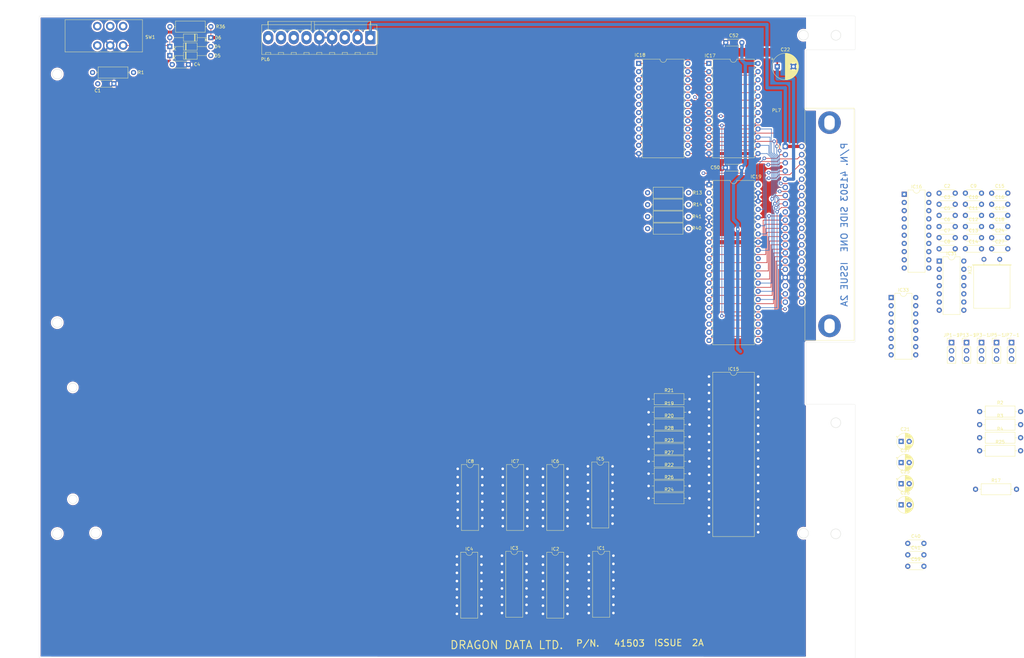
<source format=kicad_pcb>
(kicad_pcb (version 20240108) (generator "pcbnew") (generator_version "8.0")
  (layers (0 "F.Cu" signal) (31 "B.Cu" signal) (34 "B.Paste" user) (35 "F.Paste" user) (36 "B.SilkS" user "B.Silkscreen") (37 "F.SilkS" user "F.Silkscreen") (38 "B.Mask" user) (39 "F.Mask" user) (44 "Edge.Cuts" user))
  (net 0 "")
  (net 1 "GND")
  (net 2 "Net-(D4-K)")
  (net 3 "+5V")
  (net 4 "VCLK")
  (net 5 "~{RES}")
  (net 6 "/CPU/D0")
  (net 7 "/CPU/D4")
  (net 8 "/CPU/A7")
  (net 9 "/CPU/A6")
  (net 10 "~{IRQ}")
  (net 11 "Q")
  (net 12 "/CPU/D7")
  (net 13 "/CPU/A1")
  (net 14 "/CPU/D3")
  (net 15 "~{NMI}")
  (net 16 "/CPU/A14")
  (net 17 "/CPU/A3")
  (net 18 "/CPU/D6")
  (net 19 "~{HALT}")
  (net 20 "/CPU/A13")
  (net 21 "/CPU/A2")
  (net 22 "/CPU/A9")
  (net 23 "~{FIRQ}")
  (net 24 "/CPU/D1")
  (net 25 "/CPU/D5")
  (net 26 "R{slash}~{W}")
  (net 27 "/CPU/A15")
  (net 28 "/CPU/A5")
  (net 29 "/CPU/D2")
  (net 30 "/CPU/A12")
  (net 31 "E")
  (net 32 "/CPU/A10")
  (net 33 "/CPU/A11")
  (net 34 "/CPU/A0")
  (net 35 "/CPU/A8")
  (net 36 "/CPU/A4")
  (net 41 "+12V")
  (net 42 "R2")
  (net 43 "EXTMEN")
  (net 44 "CART")
  (net 45 "ESND")
  (net 46 "P2")
  (net 47 "Net-(C1-Pad1)")
  (net 48 "-5V")
  (net 49 "VID OUT")
  (net 50 "SOUND")
  (net 53 "~{E18}")
  (net 54 "~{E17}")
  (net 55 "RAM VDD")
  (net 56 "RAM VBB")
  (net 57 "RAM VCC")
  (net 58 "~{RAS0}")
  (net 59 "DO3")
  (net 60 "D.Out")
  (net 61 "DO0")
  (net 62 "DO2")
  (net 63 "DO1")
  (net 64 "DO5")
  (net 65 "DO4")
  (net 66 "DO6")
  (net 67 "DO7")
  (net 68 "Z1")
  (net 69 "~{WE}")
  (net 70 "~{CAS}")
  (net 71 "Z3")
  (net 72 "Z6")
  (net 73 "Z2")
  (net 74 "Z0")
  (net 75 "Z4")
  (net 76 "Z5")
  (net 77 "Net-(JP1-1-B)")
  (net 78 "S2")
  (net 79 "Z7")
  (net 80 "Net-(JP13-1-B)")
  (net 81 "S0")
  (net 82 "P0")
  (net 83 "S1")
  (net 84 "P1")
  (net 85 "Net-(IC9-E2)")
  (net 86 "DA0")
  (net 87 "Net-(JP1-1-C)")
  (net 88 "Net-(JP7-1-B)")
  (net 89 "~{NHS}")
  (net 90 "Net-(IC15-OSCIN)")
  (net 91 "Net-(IC15-Z5)")
  (net 92 "Net-(IC15-Z4)")
  (net 93 "Net-(IC15-~{WE})")
  (net 94 "Net-(IC15-Z1)")
  (net 95 "Net-(IC15-OSCOUT)")
  (net 96 "Net-(IC15-Z2)")
  (net 97 "Net-(IC15-~{RAS0})")
  (net 98 "Net-(IC15-Z0)")
  (net 99 "Net-(IC15-Z6)")
  (net 100 "Net-(IC15-Z3)")
  (net 101 "Net-(IC15-~{CAS})")
  (net 102 "Net-(IC33-E1)")
  (net 103 "Net-(IC33-E2)")
  (net 105 "Net-(C41-Pad2)")
  (footprint "Package_DIP:DIP-16_W7.62mm" (layer "F.Cu") (at 257.058 215.661)
    (property "Reference" "IC1")
    (property "Value" "HYB4116")
  )
  (footprint "Capacitor_THT:C_Disc_D4.3mm_W1.9mm_P5.00mm" (layer "F.Cu") (at 381.938 110.182)
    (property "Reference" "C17")
    (property "Value" "0.1uF")
  )
  (footprint "Package_DIP:DIP-40_W15.24mm" (layer "F.Cu") (at 294.3098 100.6856)
    (property "Reference" "IC19")
    (property "Value" "MC6809E")
  )
  (footprint "Resistor_THT:R_Axial_DIN0309_L9.0mm_D3.2mm_P12.70mm_Horizontal" (layer "F.Cu") (at 378.206 179.084)
    (property "Reference" "R4")
    (property "Value" "22R")
  )
  (footprint "Capacitor_THT:C_Disc_D4.3mm_W1.9mm_P5.00mm" (layer "F.Cu") (at 381.938 120.532)
    (property "Reference" "C27")
    (property "Value" "0.01uF")
  )
  (footprint "Package_DIP:DIP-16_W7.62mm" (layer "F.Cu") (at 242.834 188.737)
    (property "Reference" "IC6")
    (property "Value" "HYB4116")
  )
  (footprint "Capacitor_THT:C_Disc_D4.3mm_W1.9mm_P5.00mm" (layer "F.Cu") (at 365.638 110.182)
    (property "Reference" "C5")
    (property "Value" "0.1uF")
  )
  (footprint "Resistor_THT:R_Axial_DIN0309_L9.0mm_D3.2mm_P12.70mm_Horizontal" (layer "F.Cu") (at 376.936 195.072)
    (property "Reference" "R17")
    (property "Value" "1K5")
  )
  (footprint "Resistor_THT:R_Axial_DIN0309_L9.0mm_D3.2mm_P12.70mm_Horizontal" (layer "F.Cu") (at 275.59 194.056)
    (property "Reference" "R26")
    (property "Value" "22R")
  )
  (footprint "Capacitor_THT:C_Disc_D4.3mm_W1.9mm_P5.00mm" (layer "F.Cu") (at 373.788 120.532)
    (property "Reference" "C14")
    (property "Value" "0.1uF")
  )
  (footprint "Diode_THT:D_DO-35_SOD27_P12.70mm_Horizontal" (layer "F.Cu") (at 127.1778 60.6298)
    (property "Reference" "D5")
    (property "Value" "1N914")
  )
  (footprint "Capacitor_THT:C_Disc_D4.3mm_W1.9mm_P5.00mm" (layer "F.Cu") (at 355.934 211.848)
    (property "Reference" "C40")
    (property "Value" "22pF")
  )
  (footprint "Capacitor_THT:C_Disc_D4.3mm_W1.9mm_P5.00mm" (layer "F.Cu") (at 355.934 215.398)
    (property "Reference" "C41")
    (property "Value" "33pF")
  )
  (footprint "Dragon:Button_AlpsAlpine_SPUN190900" (layer "F.Cu") (at 104.6998 51.5112 90)
    (property "Reference" "SW1")
    (property "Value" "RESET")
  )
  (footprint "Connector_PinHeader_2.54mm:PinHeader_1x03_P2.54mm_Vertical" (layer "F.Cu") (at 374.142 149.606)
    (property "Reference" "JP13-1")
    (property "Value" "32k/64k")
  )
  (footprint "Package_DIP:DIP-20_W7.62mm" (layer "F.Cu") (at 354.838 103.632)
    (property "Reference" "IC16")
    (property "Value" "74LS244N")
  )
  (footprint "Resistor_THT:R_Axial_DIN0309_L9.0mm_D3.2mm_P12.70mm_Horizontal" (layer "F.Cu") (at 287.9852 110.5662 180)
    (property "Reference" "R41")
    (property "Value" "4K7")
  )
  (footprint "Connector_PinHeader_2.54mm:PinHeader_1x03_P2.54mm_Vertical" (layer "F.Cu") (at 388.092 149.606)
    (property "Reference" "JP7-1")
    (property "Value" "16k/32k")
  )
  (footprint "Capacitor_THT:C_Disc_D4.3mm_W1.9mm_P5.00mm" (layer "F.Cu") (at 365.638 106.732)
    (property "Reference" "C3")
    (property "Value" "0.1uF")
  )
  (footprint "Package_DIP:DIP-16_W7.62mm" (layer "F.Cu") (at 230.388 188.737)
    (property "Reference" "IC7")
    (property "Value" "HYB4116")
  )
  (footprint "Diode_THT:D_DO-35_SOD27_P12.70mm_Horizontal" (layer "F.Cu") (at 139.8778 55.0672 180)
    (property "Reference" "D6")
    (property "Value" "1N914")
  )
  (footprint "Capacitor_THT:CP_Radial_D5.0mm_P2.50mm" (layer "F.Cu") (at 353.862 180.248)
    (property "Reference" "C21")
    (property "Value" "4.7uF")
  )
  (footprint "Capacitor_THT:C_Disc_D4.3mm_W1.9mm_P5.00mm" (layer "F.Cu") (at 299.506 56.6166)
    (property "Reference" "C52")
    (property "Value" "0.1uF")
  )
  (footprint "Resistor_THT:R_Axial_DIN0309_L9.0mm_D3.2mm_P12.70mm_Horizontal" (layer "F.Cu") (at 275.59 171.196)
    (property "Reference" "R19")
    (property "Value" "22R")
  )
  (footprint "Package_DIP:DIP-16_W7.62mm" (layer "F.Cu") (at 230.134 215.661)
    (property "Reference" "IC3")
    (property "Value" "HYB4116")
  )
  (footprint "Capacitor_THT:C_Disc_D4.3mm_W1.9mm_P5.00mm" (layer "F.Cu") (at 127.929 63.4238)
    (property "Reference" "C4")
    (property "Value" "0.1uF")
  )
  (footprint "Resistor_THT:R_Axial_DIN0309_L9.0mm_D3.2mm_P12.70mm_Horizontal" (layer "F.Cu") (at 275.59 182.626)
    (property "Reference" "R23")
    (property "Value" "22R")
  )
  (footprint "Capacitor_THT:C_Disc_D4.3mm_W1.9mm_P5.00mm" (layer "F.Cu") (at 381.938 103.282)
    (property "Reference" "C15")
    (property "Value" "0.1uF")
  )
  (footprint "Capacitor_THT:C_Disc_D4.3mm_W1.9mm_P5.00mm" (layer "F.Cu") (at 373.788 110.182)
    (property "Reference" "C11")
    (property "Value" "0.1uF")
  )
  (footprint "Capacitor_THT:C_Disc_D4.3mm_W1.9mm_P5.00mm" (layer "F.Cu") (at 365.638 120.532)
    (property "Reference" "C8")
    (property "Value" "0.1uF")
  )
  (footprint "Resistor_THT:R_Axial_DIN0309_L9.0mm_D3.2mm_P12.70mm_Horizontal" (layer "F.Cu") (at 275.59 197.866)
    (property "Reference" "R24")
    (property "Value" "22R")
  )
  (footprint "Package_DIP:DIP-24_W15.24mm" (layer "F.Cu") (at 272.5116 63.0682)
    (property "Reference" "IC18")
    (property "Value" "68A364")
  )
  (footprint "Package_DIP:DIP-14_W7.62mm" (layer "F.Cu") (at 365.688 124.332)
    (property "Reference" "IC31")
    (property "Value" "74LS02N")
  )
  (footprint "Capacitor_THT:C_Disc_D4.3mm_W1.9mm_P5.00mm" (layer "F.Cu") (at 365.638 117.082)
    (property "Reference" "C7")
    (property "Value" "0.1uF")
  )
  (footprint "Capacitor_THT:C_Disc_D4.3mm_W1.9mm_P5.00mm" (layer "F.Cu") (at 373.788 106.732)
    (property "Reference" "C10")
    (property "Value" "0.1uF")
  )
  (footprint "Resistor_THT:R_Axial_DIN0309_L9.0mm_D3.2mm_P12.70mm_Horizontal" (layer "F.Cu") (at 103.2256 65.8876)
    (property "Reference" "R1")
    (property "Value" "100K")
  )
  (footprint "Resistor_THT:R_Axial_DIN0309_L9.0mm_D3.2mm_P12.70mm_Horizontal" (layer "F.Cu") (at 378.206 183.134)
    (property "Reference" "R25")
    (property "Value" "22R")
  )
  (footprint "Resistor_THT:R_Axial_DIN0309_L9.0mm_D3.2mm_P12.70mm_Horizontal" (layer "F.Cu") (at 378.206 170.984)
    (property "Reference" "R2")
    (property "Value" "4K7")
  )
  (footprint "Resistor_THT:R_Axial_DIN0309_L9.0mm_D3.2mm_P12.70mm_Horizontal" (layer "F.Cu") (at 287.9852 106.8578 180)
    (property "Reference" "R14")
    (property "Value" "4K7")
  )
  (footprint "Package_DIP:DIP-16_W7.62mm" (layer "F.Cu") (at 242.834 215.915)
    (property "Reference" "IC2")
    (property "Value" "HYB4116")
  )
  (footprint "Resistor_THT:R_Axial_DIN0309_L9.0mm_D3.2mm_P12.70mm_Horizontal" (layer "F.Cu") (at 275.59 167.132)
    (property "Reference" "R21")
    (property "Value" "22R")
  )
  (footprint "Capacitor_THT:C_Disc_D4.3mm_W1.9mm_P5.00mm" (layer "F.Cu") (at 373.788 113.632)
    (property "Reference" "C12")
    (property "Value" "0.1uF")
  )
  (footprint "Resistor_THT:R_Axial_DIN0309_L9.0mm_D3.2mm_P12.70mm_Horizontal" (layer "F.Cu") (at 127.2032 51.6636)
    (property "Reference" "R36")
    (property "Value" "100K")
  )
  (footprint "Capacitor_THT:CP_Radial_D5.0mm_P2.50mm" (layer "F.Cu") (at 353.862 193.348)
    (property "Reference" "C25")
    (property "Value" "10uF")
  )
  (footprint "Resistor_THT:R_Axial_DIN0309_L9.0mm_D3.2mm_P12.70mm_Horizontal" (layer "F.Cu") (at 275.2852 103.1494)
    (property "Reference" "R13")
    (property "Value" "4K7")
  )
  (footprint "Connector_PinHeader_2.54mm:PinHeader_1x03_P2.54mm_Vertical" (layer "F.Cu") (at 378.792 149.606)
    (property "Reference" "JP3-1")
    (property "Value" "16k/32k")
  )
  (footprint "Resistor_THT:R_Axial_DIN0309_L9.0mm_D3.2mm_P12.70mm_Horizontal" (layer "F.Cu") (at 287.9852 114.2746 180)
    (property "Reference" "R40")
    (property "Value" "4K7")
  )
  (footprint "Connector_Molex:Molex_KK-396_A-41791-0009_1x09_P3.96mm_Vertical" (layer "F.Cu") (at 189.3498 55.0672 180)
    (property "Reference" "PL6")
    (property "Value" "Power Board Interconnect")
  )
  (footprint "Capacitor_THT:C_Disc_D4.3mm_W1.9mm_P5.00mm" (layer "F.Cu") (at 299.4044 95.377)
    (property "Reference" "C50")
    (property "Value" "0.1uF")
  )
  (footprint "Capacitor_THT:C_Disc_D4.3mm_W1.9mm_P5.00mm" (layer "F.Cu") (at 373.788 117.082)
    (property "Reference" "C13")
    (property "Value" "0.1uF")
  )
  (footprint "Crystal:Crystal_HC49-U_Horizontal" (layer "F.Cu") (at 379.538 123.782)
    (property "Reference" "XL2")
    (property "Value" "14.31818MHz")
  )
  (footprint "Diode_THT:D_DO-35_SOD27_P12.70mm_Horizontal" (layer "F.Cu") (at 127.1778 57.8358)
    (property "Reference" "D4")
    (property "Value" "1N914")
  )
  (footprint "Capacitor_THT:C_Disc_D4.3mm_W1.9mm_P5.00mm" (layer "F.Cu") (at 373.788 103.282)
    (property "Reference" "C9")
    (property "Value" "0.1uF")
  )
  (footprint "Capacitor_THT:CP_Radial_D5.0mm_P2.50mm" (layer "F.Cu") (at 353.862 186.798)
    (property "Reference" "C37")
    (property "Value" "4.7uF")
  )
  (footprint "Package_DIP:DIP-40_W15.24mm" (layer "F.Cu") (at 294.3098 160.14)
    (property "Reference" "IC15")
    (property "Value" "MC6883")
  )
  (footprint "Capacitor_THT:C_Disc_D4.3mm_W1.9mm_P5.00mm" (layer "F.Cu") (at 381.938 106.732)
    (property "Reference" "C16")
    (property "Value" "0.1uF")
  )
  (footprint "Capacitor_THT:C_Disc_D4.3mm_W1.9mm_P5.00mm" (layer "F.Cu") (at 355.934 218.948)
    (property "Reference" "C59")
    (property "Value" "33pF")
  )
  (footprint "Connector_PinHeader_2.54mm:PinHeader_1x03_P2.54mm_Vertical" (layer "F.Cu") (at 369.492 149.606)
    (property "Reference" "JP1-1")
    (property "Value" "1 low")
  )
  (footprint "Package_DIP:DIP-16_W7.62mm" (layer "F.Cu") (at 350.774 135.636)
    (property "Reference" "IC33")
    (property "Value" "74LS138N")
  )
  (footprint "Package_DIP:DIP-16_W7.62mm" (layer "F.Cu") (at 256.794 187.96)
    (property "Reference" "IC5")
    (property "Value" "HYB4116")
  )
  (footprint "Resistor_THT:R_Axial_DIN0309_L9.0mm_D3.2mm_P12.70mm_Horizontal" (layer "F.Cu") (at 275.59 186.436)
    (property "Reference" "R27")
    (property "Value" "22R")
  )
  (footprint "Package_DIP:DIP-24_W15.24mm" (layer "F.Cu") (at 294.259 63.0682)
    (property "Reference" "IC17")
    (property "Value" "68A364")
  )
  (footprint "Package_DIP:DIP-16_W7.62mm" (layer "F.Cu") (at 216.418 188.737)
    (property "Reference" "IC8")
    (property "Value" "HYB4116")
  )
  (footprint "Resistor_THT:R_Axial_DIN0309_L9.0mm_D3.2mm_P12.70mm_Horizontal" (layer "F.Cu") (at 275.59 190.246)
    (property "Reference" "R22")
    (property "Value" "22R")
  )
  (footprint "Connector_PinHeader_2.54mm:PinHeader_1x03_P2.54mm_Vertical" (layer "F.Cu") (at 383.442 149.606)
    (property "Reference" "JP5-1")
    (property "Value" "16k/32k")
  )
  (footprint "Capacitor_THT:CP_Radial_D5.0mm_P2.50mm" (layer "F.Cu") (at 353.862 199.898)
    (property "Reference" "C26")
    (property "Value" "4.7uF")
  )
  (footprint "Dragon:Edge_2x20_P2.54mm_OvalMP" (layer "F.Cu") (at 317.9572 88.7984)
    (property "Reference" "PL7")
    (property "Value" "EDAC 392-040-558-201")
  )
  (footprint "Resistor_THT:R_Axial_DIN0309_L9.0mm_D3.2mm_P12.70mm_Horizontal" (layer "F.Cu") (at 275.59 175.006)
    (property "Reference" "R20")
    (property "Value" "22R")
  )
  (footprint "Capacitor_THT:CP_Radial_D8.0mm_P5.00mm" (layer "F.Cu") (at 315.468 64.0334)
    (property "Reference" "C22")
    (property "Value" "100uF")
  )
  (footprint "Capacitor_THT:C_Disc_D4.3mm_W1.9mm_P5.00mm" (layer "F.Cu") (at 381.938 117.082)
    (property "Reference" "C24")
    (property "Value" "0.1uF")
  )
  (footprint "Capacitor_THT:C_Disc_D4.3mm_W1.9mm_P5.00mm" (layer "F.Cu") (at 104.8404 69.3674)
    (property "Reference" "C1")
    (property "Value" "0.1uF")
  )
  (footprint "Package_DIP:DIP-16_W7.62mm" (layer "F.Cu") (at 216.164 215.915)
    (property "Reference" "IC4")
    (property "Value" "HYB4116")
  )
  (footprint "Resistor_THT:R_Axial_DIN0309_L9.0mm_D3.2mm_P12.70mm_Horizontal" (layer "F.Cu") (at 275.59 178.816)
    (property "Reference" "R28")
    (property "Value" "22R")
  )
  (footprint "Capacitor_THT:C_Disc_D4.3mm_W1.9mm_P5.00mm" (layer "F.Cu") (at 365.638 113.632)
    (property "Reference" "C6")
    (property "Value" "0.1uF")
  )
  (footprint "Capacitor_THT:C_Disc_D4.3mm_W1.9mm_P5.00mm" (layer "F.Cu") (at 381.938 113.632)
    (property "Reference" "C18")
    (property "Value" "0.1uF")
  )
  (footprint "Resistor_THT:R_Axial_DIN0309_L9.0mm_D3.2mm_P12.70mm_Horizontal" (layer "F.Cu") (at 378.206 175.034)
    (property "Reference" "R3")
    (property "Value" "1K5")
  )
  (footprint "Capacitor_THT:C_Disc_D4.3mm_W1.9mm_P5.00mm" (layer "F.Cu") (at 365.638 103.282)
    (property "Reference" "C2")
    (property "Value" "0.1uF")
  )
  (gr_circle (center 331.657489 144.431296) (end 333.183017 144.431296) (stroke (width 0.1)) (fill none) (layer "Edge.Cuts"))
  (gr_line (start 339.631284 48.611161) (end 339.63143 58.611293) (stroke (width 0.05)) (layer "Edge.Cuts"))
  (gr_circle (center 97.105422 163.518551) (end 98.040812 164.494528) (stroke (width 0.1)) (fill none) (layer "Edge.Cuts"))
  (gr_circle (center 323.6214 208.710273) (end 324.700111 209.788984) (stroke (width 0.1)) (fill none) (layer "Edge.Cuts"))
  (gr_circle (center 97.143591 198.183581) (end 98.078981 199.159558) (stroke (width 0.1)) (fill none) (layer "Edge.Cuts"))
  (gr_circle (center 333.655335 54.341883) (end 334.734046 55.420594) (stroke (width 0.1)) (fill none) (layer "Edge.Cuts"))
  (gr_line (start 324.392281 59.119222) (end 324.391284 76.984766) (stroke (width 0.05)) (layer "Edge.Cuts"))
  (gr_line (start 339.377284 149.501766) (end 324.645284 149.501766) (stroke (width 0.05)) (layer "Edge.Cuts"))
  (gr_arc (start 324.391284 149.755766) (mid 324.465687 149.576176) (end 324.645284 149.501766) (stroke (width 0.05)) (layer "Edge.Cuts"))
  (gr_arc (start 339.377284 168.753161) (mid 339.556901 168.827553) (end 339.631284 169.007161) (stroke (width 0.05)) (layer "Edge.Cuts"))
  (gr_arc (start 86.902514 247.420756) (mid 86.722904 247.346366) (end 86.648514 247.166756) (stroke (width 0.05)) (layer "Edge.Cuts"))
  (gr_circle (center 331.657489 82.429766) (end 333.183017 82.429766) (stroke (width 0.1)) (fill none) (layer "Edge.Cuts"))
  (gr_circle (center 323.596 54.329073) (end 324.674711 55.407784) (stroke (width 0.1)) (fill none) (layer "Edge.Cuts"))
  (gr_line (start 339.37743 58.865293) (end 324.646281 58.865222) (stroke (width 0.05)) (layer "Edge.Cuts"))
  (gr_circle (center 92.287889 208.810766) (end 93.3666 209.889477) (stroke (width 0.1)) (fill none) (layer "Edge.Cuts"))
  (gr_arc (start 339.377284 48.357161) (mid 339.556901 48.431553) (end 339.631284 48.611161) (stroke (width 0.05)) (layer "Edge.Cuts"))
  (gr_line (start 339.377284 247.4468) (end 86.902514 247.420756) (stroke (width 0.05)) (layer "Edge.Cuts"))
  (gr_line (start 339.631284 169.007161) (end 339.631284 247.1928) (stroke (width 0.05)) (layer "Edge.Cuts"))
  (gr_line (start 324.645284 168.753161) (end 339.377284 168.753161) (stroke (width 0.05)) (layer "Edge.Cuts"))
  (gr_circle (center 333.628385 174.447583) (end 334.707096 175.526294) (stroke (width 0.1)) (fill none) (layer "Edge.Cuts"))
  (gr_line (start 324.391284 149.755766) (end 324.391284 168.499161) (stroke (width 0.05)) (layer "Edge.Cuts"))
  (gr_arc (start 86.647284 48.611161) (mid 86.72168 48.431557) (end 86.901284 48.357161) (stroke (width 0.05)) (layer "Edge.Cuts"))
  (gr_line (start 324.645284 77.238766) (end 339.377284 77.238766) (stroke (width 0.05)) (layer "Edge.Cuts"))
  (gr_line (start 86.901284 48.357161) (end 339.377284 48.357161) (stroke (width 0.05)) (layer "Edge.Cuts"))
  (gr_arc (start 324.645284 168.753161) (mid 324.46569 168.678764) (end 324.391284 168.499161) (stroke (width 0.05)) (layer "Edge.Cuts"))
  (gr_arc (start 339.631284 247.1928) (mid 339.556881 247.372399) (end 339.377284 247.4468) (stroke (width 0.05)) (layer "Edge.Cuts"))
  (gr_circle (center 92.286362 143.405766) (end 93.365073 144.484477) (stroke (width 0.1)) (fill none) (layer "Edge.Cuts"))
  (gr_arc (start 339.631284 149.120766) (mid 339.575043 149.358444) (end 339.377284 149.501766) (stroke (width 0.05)) (layer "Edge.Cuts"))
  (gr_arc (start 324.392281 59.119222) (mid 324.466694 58.939624) (end 324.646281 58.865222) (stroke (width 0.05)) (layer "Edge.Cuts"))
  (gr_circle (center 92.286362 66.367128) (end 93.365073 67.445839) (stroke (width 0.1)) (fill none) (layer "Edge.Cuts"))
  (gr_arc (start 339.63143 58.611293) (mid 339.557037 58.790912) (end 339.37743 58.865293) (stroke (width 0.05)) (layer "Edge.Cuts"))
  (gr_arc (start 339.377284 77.238766) (mid 339.556899 77.313159) (end 339.631284 77.492766) (stroke (width 0.05)) (layer "Edge.Cuts"))
  (gr_circle (center 333.602881 208.885684) (end 334.681592 209.964395) (stroke (width 0.1)) (fill none) (layer "Edge.Cuts"))
  (gr_line (start 339.631284 77.492766) (end 339.631284 149.120766) (stroke (width 0.05)) (layer "Edge.Cuts"))
  (gr_line (start 86.647284 247.1674) (end 86.647284 48.611161) (stroke (width 0.05)) (layer "Edge.Cuts"))
  (gr_circle (center 104.1654 208.608673) (end 105.244111 209.687384) (stroke (width 0.1)) (fill none) (layer "Edge.Cuts"))
  (gr_arc (start 324.645284 77.238766) (mid 324.465689 77.164369) (end 324.391284 76.984766) (stroke (width 0.05)) (layer "Edge.Cuts"))
  (gr_text "P/N. 41503 SIDE ONE  ISSUE 2A" (at 337.439 87.4776 90) (layer "B.Cu") (effects (font (size 2 2) (thickness 0.3) (bold yes)) (justify left bottom mirror)))
  (gr_text "DRAGON DATA LTD." (at 213.9188 244.8052 0) (layer "F.SilkS") (effects (font (size 2.5 2.5) (thickness 0.3)) (justify left bottom)))
  (gr_text "ISSUE  2A" (at 277.1394 243.84 0) (layer "F.SilkS") (effects (font (size 2 2) (thickness 0.3)) (justify left bottom)))
  (gr_text "P/N.   41503" (at 252.9586 243.9924 0) (layer "F.SilkS") (effects (font (size 2 2) (thickness 0.3)) (justify left bottom)))
  (segment (start 299.6946 95.6672) (end 299.6946 151.9936) (width 1) (layer "B.Cu") (net 1))
  (segment (start 299.506 56.6166) (end 299.6946 56.8052) (width 1) (layer "B.Cu") (net 1))
  (segment (start 299.6946 95.0868) (end 299.4044 95.377) (width 1) (layer "B.Cu") (net 1))
  (segment (start 299.6946 56.8052) (end 299.6946 95.0868) (width 1) (layer "B.Cu") (net 1))
  (segment (start 299.4044 95.377) (end 299.6946 95.6672) (width 1) (layer "B.Cu") (net 1))
  (segment (start 299.6946 151.9936) (end 299.2628 152.4254) (width 1) (layer "B.Cu") (net 1))
  (segment (start 112.6998 57.5112) (end 126.8532 57.5112) (width 0.2) (layer "F.Cu") (net 2))
  (segment (start 126.8532 57.5112) (end 127.1778 57.8358) (width 0.2) (layer "F.Cu") (net 2))
  (segment (start 127.1778 62.6726) (end 127.929 63.4238) (width 0.2) (layer "B.Cu") (net 2))
  (segment (start 127.1778 60.6298) (end 127.1778 62.6726) (width 0.2) (layer "B.Cu") (net 2))
  (segment (start 127.1778 55.0672) (end 127.1778 60.6298) (width 0.2) (layer "B.Cu") (net 2))
  (segment (start 127.1778 55.0418) (end 127.2032 55.0164) (width 0.2) (layer "B.Cu") (net 2))
  (segment (start 127.1778 55.0672) (end 127.1778 55.0418) (width 0.2) (layer "B.Cu") (net 2))
  (segment (start 127.2032 55.0164) (end 127.2032 51.6636) (width 0.2) (layer "B.Cu") (net 2))
  (segment (start 185.3898 53.0812) (end 185.3898 55.0672) (width 1) (layer "F.Cu") (net 3))
  (segment (start 148.971 55.0672) (end 152.4508 51.5874) (width 1) (layer "F.Cu") (net 3))
  (segment (start 183.896 51.5874) (end 185.3898 53.0812) (width 1) (layer "F.Cu") (net 3))
  (segment (start 139.9032 55.0418) (end 139.8778 55.0672) (width 0.2) (layer "F.Cu") (net 3))
  (segment (start 304.506 56.6166) (end 304.506 59.3236) (width 1) (layer "F.Cu") (net 3))
  (segment (start 139.8778 55.0672) (end 148.971 55.0672) (width 1) (layer "F.Cu") (net 3))
  (segment (start 139.9032 51.6636) (end 139.9032 55.0418) (width 0.2) (layer "F.Cu") (net 3))
  (segment (start 304.506 59.3236) (end 304.4952 59.3344) (width 1) (layer "F.Cu") (net 3))
  (segment (start 152.4508 51.5874) (end 183.896 51.5874) (width 1) (layer "F.Cu") (net 3))
  (via (at 303.2252 114.5032) (size 1.1) (drill 0.6) (layers "F.Cu" "B.Cu") (net 3))
  (segment (start 301.9044 100.3046) (end 304.4044 97.8046) (width 1) (layer "B.Cu") (net 3))
  (segment (start 305.562 63.1482) (end 305.562 94.2194) (width 1) (layer "B.Cu") (net 3))
  (segment (start 304.4044 97.8046) (end 304.4044 95.377) (width 1) (layer "B.Cu") (net 3))
  (segment (start 305.562 63.1482) (end 305.642 63.0682) (width 1) (layer "B.Cu") (net 3))
  (segment (start 304.506 62.0922) (end 305.562 63.1482) (width 1) (layer "B.Cu") (net 3))
  (segment (start 320.5226 67.8688) (end 320.4972 67.8434) (width 1) (layer "B.Cu") (net 3))
  (segment (start 305.562 94.2194) (end 304.4044 95.377) (width 1) (layer "B.Cu") (net 3))
  (segment (start 320.5226 98.8822) (end 320.5226 67.8688) (width 1) (layer "B.Cu") (net 3))
  (segment (start 303.2252 112.776) (end 301.9044 111.4552) (width 1) (layer "B.Cu") (net 3))
  (segment (start 315.468 67.8434) (end 315.468 64.0334) (width 1) (layer "B.Cu") (net 3))
  (segment (start 317.9572 98.9584) (end 320.4464 98.9584) (width 1) (layer "B.Cu") (net 3))
  (segment (start 303.2252 151.511) (end 304.0634 152.3492) (width 1) (layer "B.Cu") (net 3))
  (segment (start 301.9044 111.4552) (end 301.9044 100.3046) (width 1) (layer "B.Cu") (net 3))
  (segment (start 303.2252 114.5032) (end 303.2252 112.776) (width 1) (layer "B.Cu") (net 3))
  (segment (start 303.2252 114.5032) (end 303.2252 151.511) (width 1) (layer "B.Cu") (net 3))
  (segment (start 305.642 63.0682) (end 309.499 63.0682) (width 1) (layer "B.Cu") (net 3))
  (segment (start 304.506 56.6166) (end 304.506 62.0922) (width 1) (layer "B.Cu") (net 3))
  (segment (start 320.4464 98.9584) (end 320.5226 98.8822) (width 1) (layer "B.Cu") (net 3))
  (segment (start 320.4972 67.8434) (end 315.468 67.8434) (width 1) (layer "B.Cu") (net 3))
  (segment (start 312.6994 94.4372) (end 315.849 94.4372) (width 0.2) (layer "F.Cu") (net 5))
  (segment (start 315.849 94.4372) (end 316.4078 93.8784) (width 0.2) (layer "F.Cu") (net 5))
  (segment (start 316.4078 93.8784) (end 317.9572 93.8784) (width 0.2) (layer "F.Cu") (net 5))
  (via (at 312.6994 94.4372) (size 1.1) (drill 0.6) (layers "F.Cu" "B.Cu") (net 5))
  (segment (start 311.2516 108.2802) (end 311.2262 108.3056) (width 0.2) (layer "B.Cu") (net 5))
  (segment (start 311.2516 94.4372) (end 311.2516 108.2802) (width 0.2) (layer "B.Cu") (net 5))
  (segment (start 311.2262 108.3056) (end 309.5498 108.3056) (width 0.2) (layer "B.Cu") (net 5))
  (segment (start 312.6994 94.4372) (end 311.2516 94.4372) (width 0.2) (layer "B.Cu") (net 5))
  (segment (start 291.4142 83.3882) (end 290.3142 82.2882) (width 0.2) (layer "F.Cu") (net 6))
  (segment (start 294.259 83.3882) (end 291.4142 83.3882) (width 0.2) (layer "F.Cu") (net 6))
  (segment (start 273.6116 82.2882) (end 272.5116 83.3882) (width 0.2) (layer "F.Cu") (net 6))
  (segment (start 316.2046 82.169) (end 316.2046 90.1192) (width 0.2) (layer "F.Cu") (net 6))
  (segment (start 294.259 83.3882) (end 307.7464 83.3882) (width 0.2) (layer "F.Cu") (net 6))
  (segment (start 307.7464 83.3882) (end 308.9656 82.169) (width 0.2) (layer "F.Cu") (net 6))
  (segment (start 321.691 100.3046) (end 323.0372 98.9584) (width 0.2) (layer "F.Cu") (net 6))
  (segment (start 290.3142 82.2882) (end 273.6116 82.2882) (width 0.2) (layer "F.Cu") (net 6))
  (segment (start 316.591 100.3046) (end 321.691 100.3046) (width 0.2) (layer "F.Cu") (net 6))
  (segment (start 308.9656 82.169) (end 316.2046 82.169) (width 0.2) (layer "F.Cu") (net 6))
  (via (at 316.2046 90.1192) (size 1.1) (drill 0.6) (layers "F.Cu" "B.Cu") (net 6))
  (via (at 316.591 100.3046) (size 1.1) (drill 0.6) (layers "F.Cu" "B.Cu") (net 6))
  (segment (start 316.141 99.8546) (end 316.141 90.1828) (width 0.2) (layer "B.Cu") (net 6))
  (segment (start 316.141 90.1828) (end 316.2046 90.1192) (width 0.2) (layer "B.Cu") (net 6))
  (segment (start 316.591 100.3046) (end 316.141 99.8546) (width 0.2) (layer "B.Cu") (net 6))
  (segment (start 289.6362 88.4682) (end 287.7516 88.4682) (width 0.2) (layer "F.Cu") (net 7))
  (segment (start 321.818 105.2576) (end 323.0372 104.0384) (width 0.2) (layer "F.Cu") (net 7))
  (segment (start 316.017516 105.2576) (end 321.818 105.2576) (width 0.2) (layer "F.Cu") (net 7))
  (segment (start 308.059 89.9082) (end 291.0762 89.9082) (width 0.2) (layer "F.Cu") (net 7))
  (segment (start 291.0762 89.9082) (end 289.6362 88.4682) (width 0.2) (layer "F.Cu") (net 7))
  (segment (start 314.7432 106.531916) (end 316.017516 105.2576) (width 0.2) (layer "F.Cu") (net 7))
  (segment (start 309.499 88.4682) (end 308.059 89.9082) (width 0.2) (layer "F.Cu") (net 7))
  (via (at 314.7432 106.531916) (size 1.1) (drill 0.6) (layers "F.Cu" "B.Cu") (net 7))
  (segment (start 309.499 88.4682) (end 312.8264 88.4682) (width 0.2) (layer "B.Cu") (net 7))
  (segment (start 314.7432 104.702318) (end 314.7432 106.531916) (width 0.2) (layer "B.Cu") (net 7))
  (segment (start 314.1516 133.7056) (end 309.5498 133.7056) (width 0.2) (layer "B.Cu") (net 7))
  (segment (start 314.1516 107.123516) (end 314.1516 133.7056) (width 0.2) (layer "B.Cu") (net 7))
  (segment (start 312.8518 90.950514) (end 314.09 92.188714) (width 0.2) (layer "B.Cu") (net 7))
  (segment (start 314.7432 106.531916) (end 314.1516 107.123516) (width 0.2) (layer "B.Cu") (net 7))
  (segment (start 314.09 92.188714) (end 314.09 104.049118) (width 0.2) (layer "B.Cu") (net 7))
  (segment (start 314.09 104.049118) (end 314.7432 104.702318) (width 0.2) (layer "B.Cu") (net 7))
  (segment (start 312.8264 88.4682) (end 312.8518 88.4936) (width 0.2) (layer "B.Cu") (net 7))
  (segment (start 312.8518 88.4936) (end 312.8518 90.950514) (width 0.2) (layer "B.Cu") (net 7))
  (segment (start 285.707 61.9682) (end 289.5776 61.9682) (width 0.2) (layer "F.Cu") (net 8))
  (segment (start 294.3098 136.2456) (end 295.5798 134.9756) (width 0.2) (layer "F.Cu") (net 8))
  (segment (start 313.9062 120.667296) (end 321.631489 120.667296) (width 0.2) (layer "F.Cu") (net 8))
  (segment (start 284.607 63.0682) (end 285.707 61.9682) (width 0.2) (layer "F.Cu") (net 8))
  (segment (start 295.5798 134.9756) (end 313.9062 134.9756) (width 0.2) (layer "F.Cu") (net 8))
  (segment (start 289.5776 61.9682) (end 290.6776 63.0682) (width 0.2) (layer "F.Cu") (net 8))
  (segment (start 313.9062 134.9756) (end 313.9062 120.667296) (width 0.2) (layer "F.Cu") (net 8))
  (segment (start 272.5116 63.0682) (end 284.607 63.0682) (width 0.2) (layer "F.Cu") (net 8))
  (segment (start 290.6776 63.0682) (end 294.259 63.0682) (width 0.2) (layer "F.Cu") (net 8))
  (segment (start 321.631489 120.667296) (end 323.021489 119.277296) (width 0.2) (layer "F.Cu") (net 8))
  (segment (start 294.3098 133.7056) (end 295.529 132.4864) (width 0.2) (layer "F.Cu") (net 9))
  (segment (start 289.6284 64.5082) (end 273.6116 64.5082) (width 0.2) (layer "F.Cu") (net 9))
  (segment (start 290.7284 65.6082) (end 289.6284 64.5082) (width 0.2) (layer "F.Cu") (net 9))
  (segment (start 313.5062 119.277296) (end 317.941489 119.277296) (width 0.2) (layer "F.Cu") (net 9))
  (segment (start 273.6116 64.5082) (end 272.5116 65.6082) (width 0.2) (layer "F.Cu") (net 9))
  (segment (start 313.5062 132.4864) (end 313.5062 119.277296) (width 0.2) (layer "F.Cu") (net 9))
  (segment (start 294.259 65.6082) (end 290.7284 65.6082) (width 0.2) (layer "F.Cu") (net 9))
  (segment (start 295.529 132.4864) (end 313.5062 132.4864) (width 0.2) (layer "F.Cu") (net 9))
  (segment (start 315.6712 96.9264) (end 316.1792 96.4184) (width 0.2) (layer "F.Cu") (net 11))
  (segment (start 312.8264 96.9264) (end 315.6712 96.9264) (width 0.2) (layer "F.Cu") (net 11))
  (segment (start 316.1792 96.4184) (end 317.9572 96.4184) (width 0.2) (layer "F.Cu") (net 11))
  (via (at 312.8264 96.9264) (size 1.1) (drill 0.6) (layers "F.Cu" "B.Cu") (net 11))
  (segment (start 312.8264 96.9264) (end 311.6516 96.9264) (width 0.2) (layer "B.Cu") (net 11))
  (segment (start 311.6516 96.9264) (end 311.6516 113.3856) (width 0.2) (layer "B.Cu") (net 11))
  (segment (start 311.6516 113.3856) (end 309.5498 113.3856) (width 0.2) (layer "B.Cu") (net 11))
  (segment (start 298.2976 141.3256) (end 309.5498 141.3256) (width 0.2) (layer "F.Cu") (net 12))
  (segment (start 298.2976 82.2882) (end 291.508 82.2882) (width 0.2) (layer "F.Cu") (net 12))
  (segment (start 308.059 82.2882) (end 309.499 80.8482) (width 0.2) (layer "F.Cu") (net 12))
  (segment (start 290.068 80.8482) (end 287.7516 80.8482) (width 0.2) (layer "F.Cu") (net 12))
  (segment (start 291.508 82.2882) (end 290.068 80.8482) (width 0.2) (layer "F.Cu") (net 12))
  (segment (start 298.2976 82.2882) (end 308.059 82.2882) (width 0.2) (layer "F.Cu") (net 12))
  (via (at 298.2976 82.2882) (size 1.1) (drill 0.6) (layers "F.Cu" "B.Cu") (net 12))
  (via (at 298.2976 141.3256) (size 1.1) (drill 0.6) (layers "F.Cu" "B.Cu") (net 12))
  (segment (start 298.3044 82.295) (end 298.3044 138.6654) (width 0.2) (layer "B.Cu") (net 12))
  (segment (start 298.2976 82.2882) (end 298.3044 82.295) (width 0.2) (layer "B.Cu") (net 12))
  (segment (start 298.2976 138.6722) (end 298.2976 141.3256) (width 0.2) (layer "B.Cu") (net 12))
  (segment (start 298.3044 138.6654) (end 298.2976 138.6722) (width 0.2) (layer "B.Cu") (net 12))
  (segment (start 311.5062 119.608) (end 311.5062 113.0294) (width 0.2) (layer "F.Cu") (net 13))
  (segment (start 321.750385 112.9284) (end 323.021489 111.657296) (width 0.2) (layer "F.Cu") (net 13))
  (segment (start 273.807 77.0128) (end 272.5116 78.3082) (width 0.2) (layer "F.Cu") (net 13))
  (segment (start 294.259 78.3082) (end 291.3126 78.3082) (width 0.2) (layer "F.Cu") (net 13))
  (segment (start 294.3098 121.0056) (end 295.5416 119.7738) (width 0.2) (layer "F.Cu") (net 13))
  (segment (start 290.0172 77.0128) (end 273.807 77.0128) (width 0.2) (layer "F.Cu") (net 13))
  (segment (start 311.3404 119.7738) (end 311.5062 119.608) (width 0.2) (layer "F.Cu") (net 13))
  (segment (start 311.5062 113.0294) (end 311.6072 112.9284) (width 0.2) (layer "F.Cu") (net 13))
  (segment (start 311.6072 112.9284) (end 321.750385 112.9284) (width 0.2) (layer "F.Cu") (net 13))
  (segment (start 291.3126 78.3082) (end 290.0172 77.0128) (width 0.2) (layer "F.Cu") (net 13))
  (segment (start 295.5416 119.7738) (end 311.3404 119.7738) (width 0.2) (layer "F.Cu") (net 13))
  (segment (start 290.5506 91.0082) (end 291.6506 92.1082) (width 0.2) (layer "F.Cu") (net 14))
  (segment (start 313.8932 105.0544) (end 314.9092 104.0384) (width 0.2) (layer "F.Cu") (net 14))
  (segment (start 287.7516 91.0082) (end 290.5506 91.0082) (width 0.2) (layer "F.Cu") (net 14))
  (segment (start 308.399 92.1082) (end 309.499 91.0082) (width 0.2) (layer "F.Cu") (net 14))
  (segment (start 314.9092 104.0384) (end 317.9572 104.0384) (width 0.2) (layer "F.Cu") (net 14))
  (segment (start 291.6506 92.1082) (end 308.399 92.1082) (width 0.2) (layer "F.Cu") (net 14))
  (via (at 313.8932 105.0544) (size 1.1) (drill 0.6) (layers "F.Cu" "B.Cu") (net 14))
  (segment (start 313.69 104.8512) (end 313.69 92.3544) (width 0.2) (layer "B.Cu") (net 14))
  (segment (start 313.7516 105.196) (end 313.7516 131.1656) (width 0.2) (layer "B.Cu") (net 14))
  (segment (start 313.7516 131.1656) (end 309.5498 131.1656) (width 0.2) (layer "B.Cu") (net 14))
  (segment (start 312.3438 91.0082) (end 309.499 91.0082) (width 0.2) (layer "B.Cu") (net 14))
  (segment (start 313.8932 105.0544) (end 313.69 104.8512) (width 0.2) (layer "B.Cu") (net 14))
  (segment (start 313.8932 105.0544) (end 313.7516 105.196) (width 0.2) (layer "B.Cu") (net 14))
  (segment (start 313.69 92.3544) (end 312.3438 91.0082) (width 0.2) (layer "B.Cu") (net 14))
  (segment (start 323.0372 91.3384) (end 321.7164 92.6592) (width 0.2) (layer "F.Cu") (net 15))
  (segment (start 321.7164 92.6592) (end 316.2554 92.6592) (width 0.2) (layer "F.Cu") (net 15))
  (segment (start 315.4362 93.4784) (end 309.0354 93.4784) (width 0.2) (layer "F.Cu") (net 15))
  (segment (start 316.2554 92.6592) (end 315.4362 93.4784) (width 0.2) (layer "F.Cu") (net 15))
  (segment (start 309.0354 93.4784) (end 305.4096 97.1042) (width 0.2) (layer "F.Cu") (net 15))
  (segment (start 292.608 97.1042) (end 292.5826 97.0788) (width 0.2) (layer "F.Cu") (net 15))
  (segment (start 305.4096 97.1042) (end 292.608 97.1042) (width 0.2) (layer "F.Cu") (net 15))
  (via (at 292.5826 97.0788) (size 1.1) (drill 0.6) (layers "F.Cu" "B.Cu") (net 15))
  (segment (start 321.775785 135.763) (end 316.9158 135.763) (width 0.2) (layer "F.Cu") (net 16))
  (segment (start 316.7062 139.2174) (end 317.881 139.2174) (width 0.2) (layer "F.Cu") (net 16))
  (segment (start 316.9158 135.763) (end 316.7062 135.9726) (width 0.2) (layer "F.Cu") (net 16))
  (segment (start 323.021489 134.517296) (end 321.775785 135.763) (width 0.2) (layer "F.Cu") (net 16))
  (segment (start 316.7062 135.9726) (end 316.7062 139.2174) (width 0.2) (layer "F.Cu") (net 16))
  (via (at 317.881 139.2174) (size 1.1) (drill 0.6) (layers "F.Cu" "B.Cu") (net 16))
  (segment (start 289.7886 71.9836) (end 273.7562 71.9836) (width 0.2) (layer "F.Cu") (net 17))
  (segment (start 321.801185 115.4176) (end 323.021489 114.197296) (width 0.2) (layer "F.Cu") (net 17))
  (segment (start 294.3098 126.0856) (end 295.5798 124.8156) (width 0.2) (layer "F.Cu") (net 17))
  (segment (start 312.3062 115.4176) (end 321.801185 115.4176) (width 0.2) (layer "F.Cu") (net 17))
  (segment (start 295.5798 124.8156) (end 312.3062 124.8156) (width 0.2) (layer "F.Cu") (net 17))
  (segment (start 312.3062 124.8156) (end 312.3062 115.4176) (width 0.2) (layer "F.Cu") (net 17))
  (segment (start 291.0332 73.2282) (end 289.7886 71.9836) (width 0.2) (layer "F.Cu") (net 17))
  (segment (start 294.259 73.2282) (end 291.0332 73.2282) (width 0.2) (layer "F.Cu") (net 17))
  (segment (start 273.7562 71.9836) (end 272.5116 73.2282) (width 0.2) (layer "F.Cu") (net 17))
  (segment (start 291.5842 84.8282) (end 290.1442 83.3882) (width 0.2) (layer "F.Cu") (net 18))
  (segment (start 308.059 84.8282) (end 291.5842 84.8282) (width 0.2) (layer "F.Cu") (net 18))
  (segment (start 323.0372 106.5784) (end 321.8872 107.7284) (width 0.2) (layer "F.Cu") (net 18))
  (segment (start 290.1442 83.3882) (end 287.7516 83.3882) (width 0.2) (layer "F.Cu") (net 18))
  (segment (start 316.731 107.7284) (end 315.4172 109.0422) (width 0.2) (layer "F.Cu") (net 18))
  (segment (start 309.499 83.3882) (end 308.059 84.8282) (width 0.2) (layer "F.Cu") (net 18))
  (segment (start 321.8872 107.7284) (end 316.731 107.7284) (width 0.2) (layer "F.Cu") (net 18))
  (via (at 315.4172 109.0422) (size 1.1) (drill 0.6) (layers "F.Cu" "B.Cu") (net 18))
  (segment (start 315.9932 108.4662) (end 315.4172 109.0422) (width 0.2) (layer "B.Cu") (net 18))
  (segment (start 315.9932 104.820946) (end 315.9932 108.4662) (width 0.2) (layer "B.Cu") (net 18))
  (segment (start 314.89 91.857342) (end 314.89 103.717746) (width 0.2) (layer "B.Cu") (net 18))
  (segment (start 314.89 103.717746) (end 315.9932 104.820946) (width 0.2) (layer "B.Cu") (net 18))
  (segment (start 309.499 83.3882) (end 313.6392 83.3882) (width 0.2) (layer "B.Cu") (net 18))
  (segment (start 315.4172 109.0422) (end 315.4172 138.7094) (width 0.2) (layer "B.Cu") (net 18))
  (segment (start 313.6392 83.3882) (end 313.6518 83.4008) (width 0.2) (layer "B.Cu") (net 18))
  (segment (start 315.4172 138.7094) (end 315.341 138.7856) (width 0.2) (layer "B.Cu") (net 18))
  (segment (start 315.341 138.7856) (end 309.5498 138.7856) (width 0.2) (layer "B.Cu") (net 18))
  (segment (start 313.6518 83.4008) (end 313.6518 90.619142) (width 0.2) (layer "B.Cu") (net 18))
  (segment (start 313.6518 90.619142) (end 314.89 91.857342) (width 0.2) (layer "B.Cu") (net 18))
  (segment (start 315.3029 92.4941) (end 316.4586 91.3384) (width 0.2) (layer "F.Cu") (net 19))
  (segment (start 311.4675 92.4941) (end 315.3029 92.4941) (width 0.2) (layer "F.Cu") (net 19))
  (segment (start 316.4586 91.3384) (end 317.9572 91.3384) (width 0.2) (layer "F.Cu") (net 19))
  (via (at 311.4675 92.4941) (size 1.1) (drill 0.6) (layers "F.Cu" "B.Cu") (net 19))
  (segment (start 311.4675 92.4941) (end 309.5498 94.4118) (width 0.2) (layer "B.Cu") (net 19))
  (segment (start 309.5498 94.4118) (end 309.5498 100.6856) (width 0.2) (layer "B.Cu") (net 19))
  (segment (start 316.3062 148.9202) (end 316.3062 134.5184) (width 0.2) (layer "F.Cu") (net 20))
  (segment (start 316.2808 148.9456) (end 316.3062 148.9202) (width 0.2) (layer "F.Cu") (net 20))
  (segment (start 316.3062 134.5184) (end 316.307304 134.517296) (width 0.2) (layer "F.Cu") (net 20))
  (segment (start 316.307304 134.517296) (end 317.941489 134.517296) (width 0.2) (layer "F.Cu") (net 20))
  (segment (start 309.5498 148.9456) (end 316.2808 148.9456) (width 0.2) (layer "F.Cu") (net 20))
  (segment (start 294.259 75.7682) (end 291.211 75.7682) (width 0.2) (layer "F.Cu") (net 21))
  (segment (start 311.823 122.3138) (end 311.9062 122.2306) (width 0.2) (layer "F.Cu") (net 21))
  (segment (start 291.211 75.7682) (end 289.941 74.4982) (width 0.2) (layer "F.Cu") (net 21))
  (segment (start 311.9062 114.197296) (end 317.941489 114.197296) (width 0.2) (layer "F.Cu") (net 21))
  (segment (start 295.5416 122.3138) (end 311.823 122.3138) (width 0.2) (layer "F.Cu") (net 21))
  (segment (start 289.941 74.4982) (end 273.7816 74.4982) (width 0.2) (layer "F.Cu") (net 21))
  (segment (start 311.9062 122.2306) (end 311.9062 114.197296) (width 0.2) (layer "F.Cu") (net 21))
  (segment (start 273.7816 74.4982) (end 272.5116 75.7682) (width 0.2) (layer "F.Cu") (net 21))
  (segment (start 294.3098 123.5456) (end 295.5416 122.3138) (width 0.2) (layer "F.Cu") (net 21))
  (segment (start 308.059 69.5882) (end 291.0254 69.5882) (width 0.2) (layer "F.Cu") (net 22))
  (segment (start 309.499 68.1482) (end 308.059 69.5882) (width 0.2) (layer "F.Cu") (net 22))
  (segment (start 295.5416 140.0938) (end 314.7062 140.0938) (width 0.2) (layer "F.Cu") (net 22))
  (segment (start 294.3098 141.3256) (end 295.5416 140.0938) (width 0.2) (layer "F.Cu") (net 22))
  (segment (start 321.871489 122.967296) (end 323.021489 121.817296) (width 0.2) (layer "F.Cu") (net 22))
  (segment (start 289.5854 68.1482) (end 287.7516 68.1482) (width 0.2) (layer "F.Cu") (net 22))
  (segment (start 314.7062 140.0938) (end 314.7062 122.967296) (width 0.2) (layer "F.Cu") (net 22))
  (segment (start 314.7062 122.967296) (end 321.871489 122.967296) (width 0.2) (layer "F.Cu") (net 22))
  (segment (start 291.0254 69.5882) (end 289.5854 68.1482) (width 0.2) (layer "F.Cu") (net 22))
  (segment (start 315.3518 84.6944) (end 315.341 84.6836) (width 0.2) (layer "F.Cu") (net 24))
  (segment (start 290.0172 84.6582) (end 291.3126 85.9536) (width 0.2) (layer "F.Cu") (net 24))
  (segment (start 291.3126 85.9536) (end 294.2336 85.9536) (width 0.2) (layer "F.Cu") (net 24))
  (segment (start 307.6956 85.9282) (end 294.259 85.9282) (width 0.2) (layer "F.Cu") (net 24))
  (segment (start 294.2336 85.9536) (end 294.259 85.9282) (width 0.2) (layer "F.Cu") (net 24))
  (segment (start 273.7816 84.6582) (end 290.0172 84.6582) (width 0.2) (layer "F.Cu") (net 24))
  (segment (start 315.3156 88.773) (end 315.3518 88.7368) (width 0.2) (layer "F.Cu") (net 24))
  (segment (start 315.3518 88.7368) (end 315.3518 84.6944) (width 0.2) (layer "F.Cu") (net 24))
  (segment (start 308.9402 84.6836) (end 307.6956 85.9282) (width 0.2) (layer "F.Cu") (net 24))
  (segment (start 315.341 84.6836) (end 308.9402 84.6836) (width 0.2) (layer "F.Cu") (net 24))
  (segment (start 272.5116 85.9282) (end 273.7816 84.6582) (width 0.2) (layer "F.Cu") (net 24))
  (via (at 315.3156 88.773) (size 1.1) (drill 0.6) (layers "F.Cu" "B.Cu") (net 24))
  (segment (start 315.3156 88.773) (end 315.3156 91.15157) (width 0.2) (layer "B.Cu") (net 24))
  (segment (start 315.741 101.4984) (end 317.9572 101.4984) (width 0.2) (layer "B.Cu") (net 24))
  (segment (start 315.741 91.57697) (end 315.741 101.4984) (width 0.2) (layer "B.Cu") (net 24))
  (segment (start 315.3156 91.15157) (end 315.741 91.57697) (width 0.2) (layer "B.Cu") (net 24))
  (segment (start 309.499 85.9282) (end 308.102 87.3252) (width 0.2) (layer "F.Cu") (net 25))
  (segment (start 291.5412 87.3252) (end 290.1442 85.9282) (width 0.2) (layer "F.Cu") (net 25))
  (segment (start 317.9572 106.5784) (end 316.265924 106.5784) (width 0.2) (layer "F.Cu") (net 25))
  (segment (start 308.102 87.3252) (end 291.5412 87.3252) (width 0.2) (layer "F.Cu") (net 25))
  (segment (start 290.1442 85.9282) (end 287.7516 85.9282) (width 0.2) (layer "F.Cu") (net 25))
  (segment (start 316.265924 106.5784) (end 315.048849 107.795475) (width 0.2) (layer "F.Cu") (net 25))
  (via (at 315.048849 107.795475) (size 1.1) (drill 0.6) (layers "F.Cu" "B.Cu") (net 25))
  (segment (start 314.49 92.023028) (end 314.49 103.883432) (width 0.2) (layer "B.Cu") (net 25))
  (segment (start 315.048849 107.795475) (end 314.5516 108.292724) (width 0.2) (layer "B.Cu") (net 25))
  (segment (start 313.2518 85.9282) (end 313.2518 90.784828) (width 0.2) (layer "B.Cu") (net 25))
  (segment (start 315.5932 107.251124) (end 315.048849 107.795475) (width 0.2) (layer "B.Cu") (net 25))
  (segment (start 309.499 85.9282) (end 313.2518 85.9282) (width 0.2) (layer "B.Cu") (net 25))
  (segment (start 314.5516 108.292724) (end 314.5516 136.2456) (width 0.2) (layer "B.Cu") (net 25))
  (segment (start 313.2518 90.784828) (end 314.49 92.023028) (width 0.2) (layer "B.Cu") (net 25))
  (segment (start 315.5932 104.986632) (end 315.5932 107.251124) (width 0.2) (layer "B.Cu") (net 25))
  (segment (start 314.49 103.883432) (end 315.5932 104.986632) (width 0.2) (layer "B.Cu") (net 25))
  (segment (start 314.5516 136.2456) (end 309.5498 136.2456) (width 0.2) (layer "B.Cu") (net 25))
  (segment (start 321.7926 110.363) (end 323.0372 109.1184) (width 0.2) (layer "F.Cu") (net 26))
  (segment (start 312.9016 110.363) (end 321.7926 110.363) (width 0.2) (layer "F.Cu") (net 26))
  (via (at 312.9016 110.363) (size 1.1) (drill 0.6) (layers "F.Cu" "B.Cu") (net 26))
  (segment (start 309.5498 121.0056) (end 312.8772 121.0056) (width 0.2) (layer "B.Cu") (net 26))
  (segment (start 312.8772 121.0056) (end 312.9016 120.9812) (width 0.2) (layer "B.Cu") (net 26))
  (segment (start 312.9016 120.9812) (end 312.9016 110.363) (width 0.2) (layer "B.Cu") (net 26))
  (segment (start 321.631489 118.127296) (end 323.021489 116.737296) (width 0.2) (layer "F.Cu") (net 28))
  (segment (start 313.1062 118.127296) (end 321.631489 118.127296) (width 0.2) (layer "F.Cu") (net 28))
  (segment (start 294.3098 131.1656) (end 295.5544 129.921) (width 0.2) (layer "F.Cu") (net 28))
  (segment (start 290.9062 68.1482) (end 289.8062 67.0482) (width 0.2) (layer "F.Cu") (net 28))
  (segment (start 313.1062 129.921) (end 313.1062 118.127296) (width 0.2) (layer "F.Cu") (net 28))
  (segment (start 294.259 68.1482) (end 290.9062 68.1482) (width 0.2) (layer "F.Cu") (net 28))
  (segment (start 295.5544 129.921) (end 313.1062 129.921) (width 0.2) (layer "F.Cu") (net 28))
  (segment (start 289.8062 67.0482) (end 273.6116 67.0482) (width 0.2) (layer "F.Cu") (net 28))
  (segment (start 273.6116 67.0482) (end 272.5116 68.1482) (width 0.2) (layer "F.Cu") (net 28))
  (segment (start 294.259 88.4682) (end 307.594 88.4682) (width 0.2) (layer "F.Cu") (net 29))
  (segment (start 273.7816 87.1982) (end 272.5116 88.4682) (width 0.2) (layer "F.Cu") (net 29))
  (segment (start 308.8386 87.2236) (end 314.5018 87.2236) (width 0.2) (layer "F.Cu") (net 29))
  (segment (start 290.0426 87.1982) (end 273.7816 87.1982) (width 0.2) (layer "F.Cu") (net 29))
  (segment (start 291.3126 88.4682) (end 290.0426 87.1982) (width 0.2) (layer "F.Cu") (net 29))
  (segment (start 294.259 88.4682) (end 291.3126 88.4682) (width 0.2) (layer "F.Cu") (net 29))
  (segment (start 307.594 88.4682) (end 308.8386 87.2236) (width 0.2) (layer "F.Cu") (net 29))
  (segment (start 323.0372 101.4984) (end 321.7926 102.743) (width 0.2) (layer "F.Cu") (net 29))
  (segment (start 321.7926 102.743) (end 316.23 102.743) (width 0.2) (layer "F.Cu") (net 29))
  (via (at 316.23 102.743) (size 1.1) (drill 0.6) (layers "F.Cu" "B.Cu") (net 29))
  (via (at 314.5018 87.2236) (size 1.1) (drill 0.6) (layers "F.Cu" "B.Cu") (net 29))
  (segment (start 314.4656 87.2598) (end 314.4656 90.867256) (width 0.2) (layer "B.Cu") (net 29))
  (segment (start 315.341 91.742656) (end 315.341 102.743) (width 0.2) (layer "B.Cu") (net 29))
  (segment (start 314.4656 90.867256) (end 315.341 91.742656) (width 0.2) (layer "B.Cu") (net 29))
  (segment (start 315.341 102.743) (end 316.23 102.743) (width 0.2) (layer "B.Cu") (net 29))
  (segment (start 314.5018 87.2236) (end 314.4656 87.2598) (width 0.2) (layer "B.Cu") (net 29))
  (segment (start 308.059 72.1282) (end 291.127 72.1282) (width 0.2) (layer "F.Cu") (net 30))
  (segment (start 315.9062 126.897296) (end 317.941489 126.897296) (width 0.2) (layer "F.Cu") (net 30))
  (segment (start 294.3098 148.9456) (end 295.5544 147.701) (width 0.2) (layer "F.Cu") (net 30))
  (segment (start 295.5544 147.701) (end 315.9062 147.701) (width 0.2) (layer "F.Cu") (net 30))
  (segment (start 289.687 70.6882) (end 287.7516 70.6882) (width 0.2) (layer "F.Cu") (net 30))
  (segment (start 291.127 72.1282) (end 289.687 70.6882) (width 0.2) (layer "F.Cu") (net 30))
  (segment (start 315.9062 147.701) (end 315.9062 126.897296) (width 0.2) (layer "F.Cu") (net 30))
  (segment (start 309.499 70.6882) (end 308.059 72.1282) (width 0.2) (layer "F.Cu") (net 30))
  (segment (start 319.3472 97.5684) (end 323.0372 93.8784) (width 0.2) (layer "F.Cu") (net 31))
  (segment (start 312.8264 98.6282) (end 315.0108 98.6282) (width 0.2) (layer "F.Cu") (net 31))
  (segment (start 316.0706 97.5684) (end 319.3472 97.5684) (width 0.2) (layer "F.Cu") (net 31))
  (segment (start 315.0108 98.6282) (end 316.0706 97.5684) (width 0.2) (layer "F.Cu") (net 31))
  (via (at 312.8264 98.6282) (size 1.1) (drill 0.6) (layers "F.Cu" "B.Cu") (net 31))
  (segment (start 312.0516 98.6282) (end 312.0516 115.9256) (width 0.2) (layer "B.Cu") (net 31))
  (segment (start 312.8264 98.6282) (end 312.0516 98.6282) (width 0.2) (layer "B.Cu") (net 31))
  (segment (start 312.0516 115.9256) (end 309.5498 115.9256) (width 0.2) (layer "B.Cu") (net 31))
  (segment (start 315.1062 142.5956) (end 315.1062 124.357296) (width 0.2) (layer "F.Cu") (net 32))
  (segment (start 309.499 75.7682) (end 308.399 76.8682) (width 0.2) (layer "F.Cu") (net 32))
  (segment (start 315.1062 124.357296) (end 317.941489 124.357296) (width 0.2) (layer "F.Cu") (net 32))
  (segment (start 295.5798 142.5956) (end 315.1062 142.5956) (width 0.2) (layer "F.Cu") (net 32))
  (segment (start 289.9664 75.7682) (end 287.7516 75.7682) (width 0.2) (layer "F.Cu") (net 32))
  (segment (start 308.399 76.8682) (end 291.0664 76.8682) (width 0.2) (layer "F.Cu") (net 32))
  (segment (start 291.0664 76.8682) (end 289.9664 75.7682) (width 0.2) (layer "F.Cu") (net 32))
  (segment (start 294.3098 143.8656) (end 295.5798 142.5956) (width 0.2) (layer "F.Cu") (net 32))
  (segment (start 309.499 78.3082) (end 308.399 79.4082) (width 0.2) (layer "F.Cu") (net 33))
  (segment (start 297.9928 79.4082) (end 291.1172 79.4082) (width 0.2) (layer "F.Cu") (net 33))
  (segment (start 308.399 79.4082) (end 297.9928 79.4082) (width 0.2) (layer "F.Cu") (net 33))
  (segment (start 315.5062 145.1356) (end 315.5062 125.603) (width 0.2) (layer "F.Cu") (net 33))
  (segment (start 290.0172 78.3082) (end 287.7516 78.3082) (width 0.2) (layer "F.Cu") (net 33))
  (segment (start 294.3098 146.4056) (end 295.5798 145.1356) (width 0.2) (layer "F.Cu") (net 33))
  (segment (start 321.775785 125.603) (end 323.021489 124.357296) (width 0.2) (layer "F.Cu") (net 33))
  (segment (start 315.5062 125.603) (end 321.775785 125.603) (width 0.2) (layer "F.Cu") (net 33))
  (segment (start 291.1172 79.4082) (end 290.0172 78.3082) (width 0.2) (layer "F.Cu") (net 33))
  (segment (start 295.5798 145.1356) (end 315.5062 145.1356) (width 0.2) (layer "F.Cu") (net 33))
  (via (at 297.9928 79.4082) (size 1.1) (drill 0.6) (layers "F.Cu" "B.Cu") (net 33))
  (segment (start 311.1062 117.2338) (end 311.1062 111.6654) (width 0.2) (layer "F.Cu") (net 34))
  (segment (start 311.114304 111.657296) (end 317.941489 111.657296) (width 0.2) (layer "F.Cu") (net 34))
  (segment (start 291.2364 80.8482) (end 290.1364 79.7482) (width 0.2) (layer "F.Cu") (net 34))
  (segment (start 311.1062 111.6654) (end 311.114304 111.657296) (width 0.2) (layer "F.Cu") (net 34))
  (segment (start 290.1364 79.7482) (end 273.6116 79.7482) (width 0.2) (layer "F.Cu") (net 34))
  (segment (start 295.5416 117.2338) (end 311.1062 117.2338) (width 0.2) (layer "F.Cu") (net 34))
  (segment (start 294.259 80.8482) (end 291.2364 80.8482) (width 0.2) (layer "F.Cu") (net 34))
  (segment (start 294.3098 118.4656) (end 295.5416 117.2338) (width 0.2) (layer "F.Cu") (net 34))
  (segment (start 273.6116 79.7482) (end 272.5116 80.8482) (width 0.2) (layer "F.Cu") (net 34))
  (segment (start 290.7362 66.7082) (end 289.6362 65.6082) (width 0.2) (layer "F.Cu") (net 35))
  (segment (start 308.399 66.7082) (end 290.7362 66.7082) (width 0.2) (layer "F.Cu") (net 35))
  (segment (start 309.499 65.6082) (end 308.399 66.7082) (width 0.2) (layer "F.Cu") (net 35))
  (segment (start 295.5416 137.5538) (end 314.3062 137.5538) (width 0.2) (layer "F.Cu") (net 35))
  (segment (start 314.3062 137.5538) (end 314.3062 121.817296) (width 0.2) (layer "F.Cu") (net 35))
  (segment (start 289.6362 65.6082) (end 287.7516 65.6082) (width 0.2) (layer "F.Cu") (net 35))
  (segment (start 314.3062 121.817296) (end 317.941489 121.817296) (width 0.2) (layer "F.Cu") (net 35))
  (segment (start 294.3098 138.7856) (end 295.5416 137.5538) (width 0.2) (layer "F.Cu") (net 35))
  (segment (start 312.7062 127.3938) (end 312.7062 116.737296) (width 0.2) (layer "F.Cu") (net 36))
  (segment (start 294.3098 128.6256) (end 295.5416 127.3938) (width 0.2) (layer "F.Cu") (net 36))
  (segment (start 312.7062 116.737296) (end 317.941489 116.737296) (width 0.2) (layer "F.Cu") (net 36))
  (segment (start 294.259 70.6882) (end 290.9062 70.6882) (width 0.2) (layer "F.Cu") (net 36))
  (segment (start 295.5416 127.3938) (end 312.7062 127.3938) (width 0.2) (layer "F.Cu") (net 36))
  (segment (start 273.6116 69.5882) (end 272.5116 70.6882) (width 0.2) (layer "F.Cu") (net 36))
  (segment (start 290.9062 70.6882) (end 289.8062 69.5882) (width 0.2) (layer "F.Cu") (net 36))
  (segment (start 289.8062 69.5882) (end 273.6116 69.5882) (width 0.2) (layer "F.Cu") (net 36))
  (segment (start 317.9572 88.7984) (end 323.0372 88.7984) (width 1) (layer "F.Cu") (net 41))
  (segment (start 312.2676 51.0032) (end 312.293 51.0286) (width 1) (layer "B.Cu") (net 41))
  (segment (start 317.9318 70.6374) (end 317.9572 70.6628) (width 1) (layer "B.Cu") (net 41))
  (segment (start 189.3498 51.0612) (end 189.4078 51.0032) (width 1) (layer "B.Cu") (net 41))
  (segment (start 189.3498 55.0672) (end 189.3498 51.0612) (width 1) (layer "B.Cu") (net 41))
  (segment (start 312.293 70.6374) (end 317.9318 70.6374) (width 1) (layer "B.Cu") (net 41))
  (segment (start 312.293 51.0286) (end 312.293 70.6374) (width 1) (layer "B.Cu") (net 41))
  (segment (start 317.9572 70.6628) (end 317.9572 88.7984) (width 1) (layer "B.Cu") (net 41))
  (segment (start 189.4078 51.0032) (end 312.2676 51.0032) (width 1) (layer "B.Cu") (net 41))
  (segment (start 309.499 73.2282) (end 308.2544 74.4728) (width 0.2) (layer "F.Cu") (net 54))
  (segment (start 290.9316 74.4728) (end 289.941 73.4822) (width 0.2) (layer "F.Cu") (net 54))
  (segment (start 308.2544 74.4728) (end 290.9316 74.4728) (width 0.2) (layer "F.Cu") (net 54))
  (via (at 289.941 73.4822) (size 1.1) (drill 0.6) (layers "F.Cu" "B.Cu") (net 54))
  (zone (net 3) (net_name "+5V") (layer "F.Cu") (name "GND_FILL") (priority 1) (connect_pads (clearance 0.508)) (min_thickness 0.254) (fill yes (thermal_gap 0.508) (thermal_bridge_width 0.508))
    (polygon (pts (xy 314.4774 65.024) (xy 316.484 65.024) (xy 316.484 58.2676) (xy 269.0622 58.2676) (xy 269.0622 60.9854) (xy 314.4774 60.9854)))
  )
  (zone (net 1) (net_name "GND") (layers "F&B.Cu") (name "GND_FILL") (connect_pads (clearance 0.508)) (min_thickness 0.254) (fill yes (thermal_gap 0.508) (thermal_bridge_width 0.508))
    (polygon (pts (xy 324.3834 77.233558) (xy 327.4502 77.233558) (xy 327.4502 149.479) (xy 324.3326 149.479) (xy 324.3326 247.433778) (xy 86.647168 247.433778) (xy 86.647168 48.3616) (xy 324.3834 48.3616)))
  )
)
</source>
